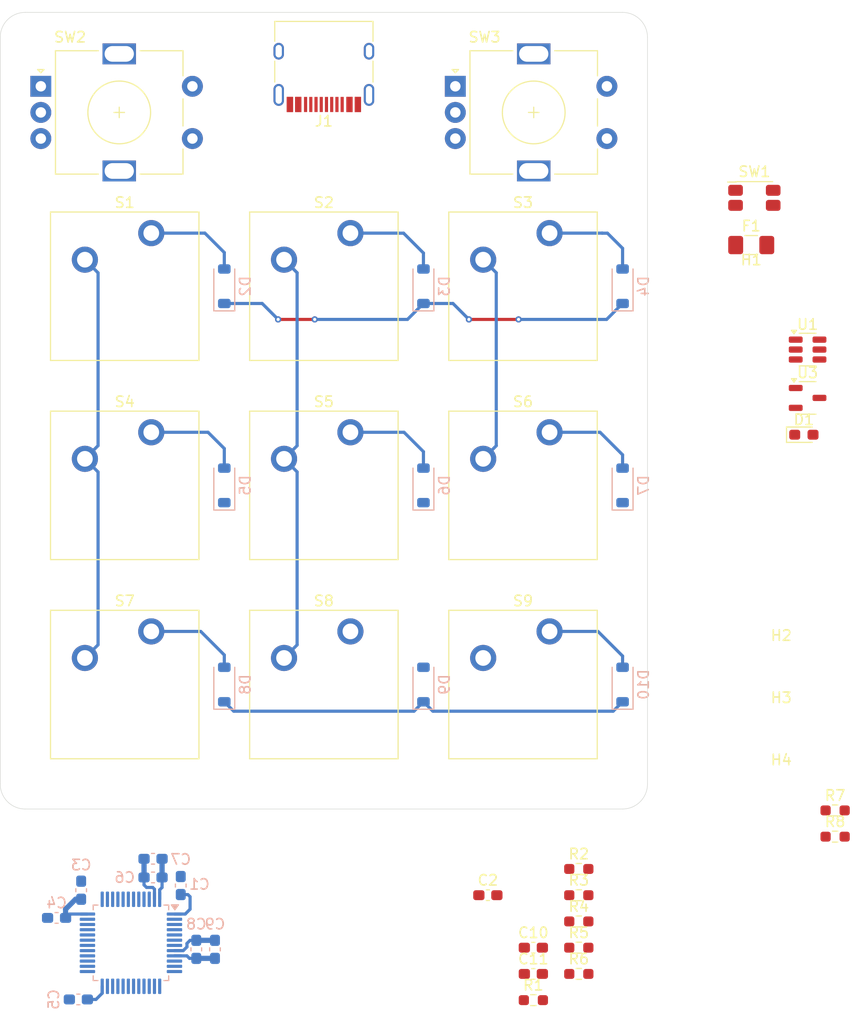
<source format=kicad_pcb>
(kicad_pcb (version 20240108) (generator "pcbnew") (generator_version "8.0")
  (layers (0 "F.Cu" signal) (31 "B.Cu" power) (34 "B.Paste" user) (35 "F.Paste" user) (36 "B.SilkS" user "B.Silkscreen") (37 "F.SilkS" user "F.Silkscreen") (38 "B.Mask" user) (39 "F.Mask" user) (44 "Edge.Cuts" user))
  (net 0 "")
  (net 1 "VBAT")
  (net 2 "GND")
  (net 3 "/NRST")
  (net 4 "+5V")
  (net 5 "/PWR_LED_K")
  (net 6 "Net-(D2-A)")
  (net 7 "ROW_0")
  (net 8 "Net-(D3-A)")
  (net 9 "Net-(D4-A)")
  (net 10 "Net-(D5-A)")
  (net 11 "ROW_1")
  (net 12 "Net-(D6-A)")
  (net 13 "Net-(D7-A)")
  (net 14 "Net-(D8-A)")
  (net 15 "ROW_2")
  (net 16 "Net-(D9-A)")
  (net 17 "Net-(D10-A)")
  (net 18 "VBUS")
  (net 19 "ESD_D+")
  (net 20 "Net-(J1-CC1)")
  (net 21 "Net-(J1-CC2)")
  (net 22 "ESD_D-")
  (net 23 "BOOT0")
  (net 24 "RENC_A1")
  (net 25 "RENC_B1")
  (net 28 "RENC_A2")
  (net 29 "USB_D+")
  (net 30 "USB_D-")
  (net 31 "RENC_B2")
  (net 43 "RENC_SW1")
  (net 53 "COL_0")
  (net 55 "COL_1")
  (net 56 "COL_2")
  (net 60 "RENC_SW2")
  (footprint "Fuse:Fuse_1206_3216Metric_Pad1.42x1.75mm_HandSolder" (layer "F.Cu") (at 126.6069 43.688156)
    (property "Reference" "F1" (at 0 -1.82 0) (layer "F.SilkS"))
    (property "Value" "500mA")
    (pad "1" smd roundrect (at -1.4875 0) (size 1.425 1.75) (layers "F.Cu" "F.Paste" "F.Mask") (roundrect_rratio 0.175439) (net 18 "VBUS"))
    (pad "2" smd roundrect (at 1.4875 0) (size 1.425 1.75) (layers "F.Cu" "F.Paste" "F.Mask") (roundrect_rratio 0.175439) (net 4 "+5V"))
  )
  (footprint "ScottoKeebs_MX:MX_PCB_1.00u" (layer "F.Cu") (at 85.725 66.675)
    (property "Reference" "S5" (at 0 -8 0) (layer "F.SilkS"))
    (property "Value" "Keyswitch")
    (pad "" np_thru_hole circle (at -5.08 0) (size 1.75 1.75) (drill 1.75) (layers "*.Cu" "*.Mask"))
    (pad "" np_thru_hole circle (at 0 0) (size 4 4) (drill 4) (layers "*.Cu" "*.Mask"))
    (pad "" np_thru_hole circle (at 5.08 0) (size 1.75 1.75) (drill 1.75) (layers "*.Cu" "*.Mask"))
    (pad "1" thru_hole circle (at -3.81 -2.54) (size 2.5 2.5) (drill 1.5) (layers "*.Cu" "*.Mask") (net 55 "COL_1"))
    (pad "2" thru_hole circle (at 2.54 -5.08) (size 2.5 2.5) (drill 1.5) (layers "*.Cu" "*.Mask") (net 12 "Net-(D6-A)"))
  )
  (footprint "LED_SMD:LED_0603_1608Metric_Pad1.05x0.95mm_HandSolder" (layer "F.Cu") (at 131.6419 61.828156)
    (property "Reference" "D1" (at 0 -1.43 0) (layer "F.SilkS"))
    (property "Value" "RED")
    (pad "1" smd roundrect (at -0.875 0) (size 1.05 0.95) (layers "F.Cu" "F.Paste" "F.Mask") (net 5 "/PWR_LED_K"))
    (pad "2" smd roundrect (at 0.875 0) (size 1.05 0.95) (layers "F.Cu" "F.Paste" "F.Mask") (net 1 "VBAT"))
  )
  (footprint "Resistor_SMD:R_0603_1608Metric_Pad0.98x0.95mm_HandSolder" (layer "F.Cu") (at 110.113188 108.386936)
    (property "Reference" "R4" (at 0 -1.43 0) (layer "F.SilkS"))
    (property "Value" "1k")
    (pad "1" smd roundrect (at -0.9125 0) (size 0.975 0.95) (layers "F.Cu" "F.Paste" "F.Mask") (net 5 "/PWR_LED_K"))
    (pad "2" smd roundrect (at 0.9125 0) (size 0.975 0.95) (layers "F.Cu" "F.Paste" "F.Mask") (net 2 "GND"))
  )
  (footprint "Resistor_SMD:R_0603_1608Metric_Pad0.98x0.95mm_HandSolder" (layer "F.Cu") (at 110.113188 105.876936)
    (property "Reference" "R3" (at 0 -1.43 0) (layer "F.SilkS"))
    (property "Value" "5.1k")
    (pad "1" smd roundrect (at -0.9125 0) (size 0.975 0.95) (layers "F.Cu" "F.Paste" "F.Mask") (net 21 "Net-(J1-CC2)"))
    (pad "2" smd roundrect (at 0.9125 0) (size 0.975 0.95) (layers "F.Cu" "F.Paste" "F.Mask") (net 2 "GND"))
  )
  (footprint "ScottoKeebs_MX:MX_PCB_1.00u" (layer "F.Cu") (at 85.725 47.625)
    (property "Reference" "S2" (at 0 -8 0) (layer "F.SilkS"))
    (property "Value" "Keyswitch")
    (pad "" np_thru_hole circle (at -5.08 0) (size 1.75 1.75) (drill 1.75) (layers "*.Cu" "*.Mask"))
    (pad "" np_thru_hole circle (at 0 0) (size 4 4) (drill 4) (layers "*.Cu" "*.Mask"))
    (pad "" np_thru_hole circle (at 5.08 0) (size 1.75 1.75) (drill 1.75) (layers "*.Cu" "*.Mask"))
    (pad "1" thru_hole circle (at -3.81 -2.54) (size 2.5 2.5) (drill 1.5) (layers "*.Cu" "*.Mask") (net 55 "COL_1"))
    (pad "2" thru_hole circle (at 2.54 -5.08) (size 2.5 2.5) (drill 1.5) (layers "*.Cu" "*.Mask") (net 8 "Net-(D3-A)"))
  )
  (footprint "Capacitor_SMD:C_0603_1608Metric_Pad1.08x0.95mm_HandSolder" (layer "F.Cu") (at 101.413188 105.876936)
    (property "Reference" "C2" (at 0 -1.43 0) (layer "F.SilkS"))
    (property "Value" "100nF")
    (pad "1" smd roundrect (at -0.8625 0) (size 1.075 0.95) (layers "F.Cu" "F.Paste" "F.Mask") (net 2 "GND"))
    (pad "2" smd roundrect (at 0.8625 0) (size 1.075 0.95) (layers "F.Cu" "F.Paste" "F.Mask") (net 3 "/NRST"))
  )
  (footprint "Package_TO_SOT_SMD:SOT-23-3" (layer "F.Cu") (at 131.9969 58.308156)
    (property "Reference" "U3" (at 0 -2.4 0) (layer "F.SilkS"))
    (property "Value" "XC6206PxxxMR")
    (pad "1" smd roundrect (at -1.1375 -0.95) (size 1.325 0.6) (layers "F.Cu" "F.Paste" "F.Mask") (net 2 "GND"))
    (pad "2" smd roundrect (at -1.1375 0.95) (size 1.325 0.6) (layers "F.Cu" "F.Paste" "F.Mask") (net 1 "VBAT"))
    (pad "3" smd roundrect (at 1.1375 0) (size 1.325 0.6) (layers "F.Cu" "F.Paste" "F.Mask") (net 4 "+5V"))
  )
  (footprint "ScottoKeebs_MX:MX_PCB_1.00u" (layer "F.Cu") (at 104.775 47.625)
    (property "Reference" "S3" (at 0 -8 0) (layer "F.SilkS"))
    (property "Value" "Keyswitch")
    (pad "" np_thru_hole circle (at -5.08 0) (size 1.75 1.75) (drill 1.75) (layers "*.Cu" "*.Mask"))
    (pad "" np_thru_hole circle (at 0 0) (size 4 4) (drill 4) (layers "*.Cu" "*.Mask"))
    (pad "" np_thru_hole circle (at 5.08 0) (size 1.75 1.75) (drill 1.75) (layers "*.Cu" "*.Mask"))
    (pad "1" thru_hole circle (at -3.81 -2.54) (size 2.5 2.5) (drill 1.5) (layers "*.Cu" "*.Mask") (net 56 "COL_2"))
    (pad "2" thru_hole circle (at 2.54 -5.08) (size 2.5 2.5) (drill 1.5) (layers "*.Cu" "*.Mask") (net 9 "Net-(D4-A)"))
  )
  (footprint "Capacitor_SMD:C_0603_1608Metric_Pad1.08x0.95mm_HandSolder" (layer "F.Cu") (at 105.763188 110.896936)
    (property "Reference" "C10" (at 0 -1.43 0) (layer "F.SilkS"))
    (property "Value" "1uF")
    (pad "1" smd roundrect (at -0.8625 0) (size 1.075 0.95) (layers "F.Cu" "F.Paste" "F.Mask") (net 4 "+5V"))
    (pad "2" smd roundrect (at 0.8625 0) (size 1.075 0.95) (layers "F.Cu" "F.Paste" "F.Mask") (net 2 "GND"))
  )
  (footprint "Rotary_Encoder:RotaryEncoder_Alps_EC11E-Switch_Vertical_H20mm" (layer "F.Cu") (at 98.3 28.5)
    (property "Reference" "SW3" (at 2.8 -4.7 0) (layer "F.SilkS"))
    (property "Value" "Rotary Encoder")
    (pad "A" thru_hole rect (at 0 0) (size 2 2) (drill 1) (layers "*.Cu" "*.Mask") (net 28 "RENC_A2"))
    (pad "B" thru_hole circle (at 0 5) (size 2 2) (drill 1) (layers "*.Cu" "*.Mask") (net 31 "RENC_B2"))
    (pad "C" thru_hole circle (at 0 2.5) (size 2 2) (drill 1) (layers "*.Cu" "*.Mask") (net 2 "GND"))
    (pad "MP" thru_hole rect (at 7.5 -3.1) (size 3.2 2) (drill oval 2.8 1.5) (layers "*.Cu" "*.Mask"))
    (pad "MP" thru_hole rect (at 7.5 8.1) (size 3.2 2) (drill oval 2.8 1.5) (layers "*.Cu" "*.Mask"))
    (pad "S1" thru_hole circle (at 14.5 5) (size 2 2) (drill 1) (layers "*.Cu" "*.Mask") (net 2 "GND"))
    (pad "S2" thru_hole circle (at 14.5 0) (size 2 2) (drill 1) (layers "*.Cu" "*.Mask") (net 60 "RENC_SW2"))
  )
  (footprint "MountingHole:MountingHole_2.2mm_M2" (layer "F.Cu") (at 129.48036 84.236648)
    (property "Reference" "H2" (at 0 -3.2 0) (layer "F.SilkS"))
    (property "Value" "MountingHole")
    (pad "" np_thru_hole circle (at 0 0) (size 2.2 2.2) (drill 2.2) (layers "*.Cu" "*.Mask"))
  )
  (footprint "Connector_USB:USB_C_Receptacle_HRO_TYPE-C-31-M-12" (layer "F.Cu") (at 85.725 26.19375 180)
    (property "Reference" "J1" (at 0 -5.645 360) (layer "F.SilkS"))
    (property "Value" "USB_C_Receptacle_USB2.0_14P")
    (pad "" np_thru_hole circle (at -2.89 -2.6 180) (size 0.65 0.65) (drill 0.65) (layers "*.Cu" "*.Mask"))
    (pad "" np_thru_hole circle (at 2.89 -2.6 180) (size 0.65 0.65) (drill 0.65) (layers "*.Cu" "*.Mask"))
    (pad "A1" smd rect (at -3.25 -4.045 180) (size 0.6 1.45) (layers "F.Cu" "F.Paste" "F.Mask") (net 2 "GND"))
    (pad "A4" smd rect (at -2.45 -4.045 180) (size 0.6 1.45) (layers "F.Cu" "F.Paste" "F.Mask") (net 18 "VBUS"))
    (pad "A5" smd rect (at -1.25 -4.045 180) (size 0.3 1.45) (layers "F.Cu" "F.Paste" "F.Mask") (net 20 "Net-(J1-CC1)"))
    (pad "A6" smd rect (at -0.25 -4.045 180) (size 0.3 1.45) (layers "F.Cu" "F.Paste" "F.Mask") (net 19 "ESD_D+"))
    (pad "A7" smd rect (at 0.25 -4.045 180) (size 0.3 1.45) (layers "F.Cu" "F.Paste" "F.Mask") (net 22 "ESD_D-"))
    (pad "A8" smd rect (at 1.25 -4.045 180) (size 0.3 1.45) (layers "F.Cu" "F.Paste" "F.Mask"))
    (pad "A9" smd rect (at 2.45 -4.045 180) (size 0.6 1.45) (layers "F.Cu" "F.Paste" "F.Mask") (net 18 "VBUS"))
    (pad "A12" smd rect (at 3.25 -4.045 180) (size 0.6 1.45) (layers "F.Cu" "F.Paste" "F.Mask") (net 2 "GND"))
    (pad "B1" smd rect (at 3.25 -4.045 180) (size 0.6 1.45) (layers "F.Cu" "F.Paste" "F.Mask") (net 2 "GND"))
    (pad "B4" smd rect (at 2.45 -4.045 180) (size 0.6 1.45) (layers "F.Cu" "F.Paste" "F.Mask") (net 18 "VBUS"))
    (pad "B5" smd rect (at 1.75 -4.045 180) (size 0.3 1.45) (layers "F.Cu" "F.Paste" "F.Mask") (net 21 "Net-(J1-CC2)"))
    (pad "B6" smd rect (at 0.75 -4.045 180) (size 0.3 1.45) (layers "F.Cu" "F.Paste" "F.Mask") (net 19 "ESD_D+"))
    (pad "B7" smd rect (at -0.75 -4.045 180) (size 0.3 1.45) (layers "F.Cu" "F.Paste" "F.Mask") (net 22 "ESD_D-"))
    (pad "B8" smd rect (at -1.75 -4.045 180) (size 0.3 1.45) (layers "F.Cu" "F.Paste" "F.Mask"))
    (pad "B9" smd rect (at -2.45 -4.045 180) (size 0.6 1.45) (layers "F.Cu" "F.Paste" "F.Mask") (net 18 "VBUS"))
    (pad "B12" smd rect (at -3.25 -4.045 180) (size 0.6 1.45) (layers "F.Cu" "F.Paste" "F.Mask") (net 2 "GND"))
    (pad "S1" thru_hole oval (at -4.32 -3.13 180) (size 1 2.1) (drill oval 0.6 1.7) (layers "*.Cu" "*.Mask") (net 2 "GND"))
    (pad "S1" thru_hole oval (at -4.32 1.05 180) (size 1 1.6) (drill oval 0.6 1.2) (layers "*.Cu" "*.Mask") (net 2 "GND"))
    (pad "S1" thru_hole oval (at 4.32 -3.13 180) (size 1 2.1) (drill oval 0.6 1.7) (layers "*.Cu" "*.Mask") (net 2 "GND"))
    (pad "S1" thru_hole oval (at 4.32 1.05 180) (size 1 1.6) (drill oval 0.6 1.2) (layers "*.Cu" "*.Mask") (net 2 "GND"))
  )
  (footprint "Resistor_SMD:R_0603_1608Metric_Pad0.98x0.95mm_HandSolder" (layer "F.Cu") (at 134.63036 97.766648)
    (property "Reference" "R7" (at 0 -1.43 0) (layer "F.SilkS"))
    (property "Value" "5.1k")
    (pad "1" smd roundrect (at -0.9125 0) (size 0.975 0.95) (layers "F.Cu" "F.Paste" "F.Mask") (net 1 "VBAT"))
    (pad "2" smd roundrect (at 0.9125 0) (size 0.975 0.95) (layers "F.Cu" "F.Paste" "F.Mask") (net 28 "RENC_A2"))
  )
  (footprint "ScottoKeebs_MX:MX_PCB_1.00u" (layer "F.Cu") (at 104.775 85.725)
    (property "Reference" "S9" (at 0 -8 0) (layer "F.SilkS"))
    (property "Value" "Keyswitch")
    (pad "" np_thru_hole circle (at -5.08 0) (size 1.75 1.75) (drill 1.75) (layers "*.Cu" "*.Mask"))
    (pad "" np_thru_hole circle (at 0 0) (size 4 4) (drill 4) (layers "*.Cu" "*.Mask"))
    (pad "" np_thru_hole circle (at 5.08 0) (size 1.75 1.75) (drill 1.75) (layers "*.Cu" "*.Mask"))
    (pad "1" thru_hole circle (at -3.81 -2.54) (size 2.5 2.5) (drill 1.5) (layers "*.Cu" "*.Mask") (net 56 "COL_2"))
    (pad "2" thru_hole circle (at 2.54 -5.08) (size 2.5 2.5) (drill 1.5) (layers "*.Cu" "*.Mask") (net 17 "Net-(D10-A)"))
  )
  (footprint "MountingHole:MountingHole_2.2mm_M2" (layer "F.Cu") (at 129.48036 90.186648)
    (property "Reference" "H3" (at 0 -3.2 0) (layer "F.SilkS"))
    (property "Value" "MountingHole")
    (pad "" np_thru_hole circle (at 0 0) (size 2.2 2.2) (drill 2.2) (layers "*.Cu" "*.Mask"))
  )
  (footprint "ScottoKeebs_MX:MX_PCB_1.00u" (layer "F.Cu") (at 104.775 66.675)
    (property "Reference" "S6" (at 0 -8 0) (layer "F.SilkS"))
    (property "Value" "Keyswitch")
    (pad "" np_thru_hole circle (at -5.08 0) (size 1.75 1.75) (drill 1.75) (layers "*.Cu" "*.Mask"))
    (pad "" np_thru_hole circle (at 0 0) (size 4 4) (drill 4) (layers "*.Cu" "*.Mask"))
    (pad "" np_thru_hole circle (at 5.08 0) (size 1.75 1.75) (drill 1.75) (layers "*.Cu" "*.Mask"))
    (pad "1" thru_hole circle (at -3.81 -2.54) (size 2.5 2.5) (drill 1.5) (layers "*.Cu" "*.Mask") (net 56 "COL_2"))
    (pad "2" thru_hole circle (at 2.54 -5.08) (size 2.5 2.5) (drill 1.5) (layers "*.Cu" "*.Mask") (net 13 "Net-(D7-A)"))
  )
  (footprint "Resistor_SMD:R_0603_1608Metric_Pad0.98x0.95mm_HandSolder" (layer "F.Cu") (at 110.113188 103.366936)
    (property "Reference" "R2" (at 0 -1.43 0) (layer "F.SilkS"))
    (property "Value" "5.1k")
    (pad "1" smd roundrect (at -0.9125 0) (size 0.975 0.95) (layers "F.Cu" "F.Paste" "F.Mask") (net 20 "Net-(J1-CC1)"))
    (pad "2" smd roundrect (at 0.9125 0) (size 0.975 0.95) (layers "F.Cu" "F.Paste" "F.Mask") (net 2 "GND"))
  )
  (footprint "MountingHole:MountingHole_2.2mm_M2" (layer "F.Cu") (at 126.6069 48.308156)
    (property "Reference" "H1" (at 0 -3.2 0) (layer "F.SilkS"))
    (property "Value" "MountingHole")
    (pad "" np_thru_hole circle (at 0 0) (size 2.2 2.2) (drill 2.2) (layers "*.Cu" "*.Mask"))
  )
  (footprint "ScottoKeebs_MX:MX_PCB_1.00u" (layer "F.Cu") (at 85.725 85.725)
    (property "Reference" "S8" (at 0 -8 0) (layer "F.SilkS"))
    (property "Value" "Keyswitch")
    (pad "" np_thru_hole circle (at -5.08 0) (size 1.75 1.75) (drill 1.75) (layers "*.Cu" "*.Mask"))
    (pad "" np_thru_hole circle (at 0 0) (size 4 4) (drill 4) (layers "*.Cu" "*.Mask"))
    (pad "" np_thru_hole circle (at 5.08 0) (size 1.75 1.75) (drill 1.75) (layers "*.Cu" "*.Mask"))
    (pad "1" thru_hole circle (at -3.81 -2.54) (size 2.5 2.5) (drill 1.5) (layers "*.Cu" "*.Mask") (net 55 "COL_1"))
    (pad "2" thru_hole circle (at 2.54 -5.08) (size 2.5 2.5) (drill 1.5) (layers "*.Cu" "*.Mask") (net 16 "Net-(D9-A)"))
  )
  (footprint "Resistor_SMD:R_0603_1608Metric_Pad0.98x0.95mm_HandSolder" (layer "F.Cu") (at 110.113188 113.406936)
    (property "Reference" "R6" (at 0 -1.43 0) (layer "F.SilkS"))
    (property "Value" "5.1k")
    (pad "1" smd roundrect (at -0.9125 0) (size 0.975 0.95) (layers "F.Cu" "F.Paste" "F.Mask") (net 1 "VBAT"))
    (pad "2" smd roundrect (at 0.9125 0) (size 0.975 0.95) (layers "F.Cu" "F.Paste" "F.Mask") (net 25 "RENC_B1"))
  )
  (footprint "ScottoKeebs_MX:MX_PCB_1.00u" (layer "F.Cu") (at 66.675 85.725)
    (property "Reference" "S7" (at 0 -8 0) (layer "F.SilkS"))
    (property "Value" "Keyswitch")
    (pad "" np_thru_hole circle (at -5.08 0) (size 1.75 1.75) (drill 1.75) (layers "*.Cu" "*.Mask"))
    (pad "" np_thru_hole circle (at 0 0) (size 4 4) (drill 4) (layers "*.Cu" "*.Mask"))
    (pad "" np_thru_hole circle (at 5.08 0) (size 1.75 1.75) (drill 1.75) (layers "*.Cu" "*.Mask"))
    (pad "1" thru_hole circle (at -3.81 -2.54) (size 2.5 2.5) (drill 1.5) (layers "*.Cu" "*.Mask") (net 53 "COL_0"))
    (pad "2" thru_hole circle (at 2.54 -5.08) (size 2.5 2.5) (drill 1.5) (layers "*.Cu" "*.Mask") (net 14 "Net-(D8-A)"))
  )
  (footprint "Rotary_Encoder:RotaryEncoder_Alps_EC11E-Switch_Vertical_H20mm" (layer "F.Cu") (at 58.65 28.5)
    (property "Reference" "SW2" (at 2.8 -4.7 0) (layer "F.SilkS"))
    (property "Value" "Rotary Encoder")
    (pad "A" thru_hole rect (at 0 0) (size 2 2) (drill 1) (layers "*.Cu" "*.Mask") (net 24 "RENC_A1"))
    (pad "B" thru_hole circle (at 0 5) (size 2 2) (drill 1) (layers "*.Cu" "*.Mask") (net 25 "RENC_B1"))
    (pad "C" thru_hole circle (at 0 2.5) (size 2 2) (drill 1) (layers "*.Cu" "*.Mask") (net 2 "GND"))
    (pad "MP" thru_hole rect (at 7.5 -3.1) (size 3.2 2) (drill oval 2.8 1.5) (layers "*.Cu" "*.Mask"))
    (pad "MP" thru_hole rect (at 7.5 8.1) (size 3.2 2) (drill oval 2.8 1.5) (layers "*.Cu" "*.Mask"))
    (pad "S1" thru_hole circle (at 14.5 5) (size 2 2) (drill 1) (layers "*.Cu" "*.Mask") (net 2 "GND"))
    (pad "S2" thru_hole circle (at 14.5 0) (size 2 2) (drill 1) (layers "*.Cu" "*.Mask") (net 43 "RENC_SW1"))
  )
  (footprint "Package_TO_SOT_SMD:SOT-23-6" (layer "F.Cu") (at 131.9969 53.683156)
    (property "Reference" "U1" (at 0 -2.4 0) (layer "F.SilkS"))
    (property "Value" "USBLC6-2SC6")
    (pad "1" smd roundrect (at -1.1375 -0.95) (size 1.325 0.6) (layers "F.Cu" "F.Paste" "F.Mask") (net 29 "USB_D+"))
    (pad "2" smd roundrect (at -1.1375 0) (size 1.325 0.6) (layers "F.Cu" "F.Paste" "F.Mask") (net 2 "GND"))
    (pad "3" smd roundrect (at -1.1375 0.95) (size 1.325 0.6) (layers "F.Cu" "F.Paste" "F.Mask") (net 30 "USB_D-"))
    (pad "4" smd roundrect (at 1.1375 0.95) (size 1.325 0.6) (layers "F.Cu" "F.Paste" "F.Mask") (net 22 "ESD_D-"))
    (pad "5" smd roundrect (at 1.1375 0) (size 1.325 0.6) (layers "F.Cu" "F.Paste" "F.Mask") (net 18 "VBUS"))
    (pad "6" smd roundrect (at 1.1375 -0.95) (size 1.325 0.6) (layers "F.Cu" "F.Paste" "F.Mask") (net 19 "ESD_D+"))
  )
  (footprint "Resistor_SMD:R_0603_1608Metric_Pad0.98x0.95mm_HandSolder" (layer "F.Cu") (at 105.763188 115.916936)
    (property "Reference" "R1" (at 0 -1.43 0) (layer "F.SilkS"))
    (property "Value" "10k")
    (pad "1" smd roundrect (at -0.9125 0) (size 0.975 0.95) (layers "F.Cu" "F.Paste" "F.Mask") (net 23 "BOOT0"))
    (pad "2" smd roundrect (at 0.9125 0) (size 0.975 0.95) (layers "F.Cu" "F.Paste" "F.Mask") (net 2 "GND"))
  )
  (footprint "ScottoKeebs_MX:MX_PCB_1.00u" (layer "F.Cu") (at 66.675 66.675)
    (property "Reference" "S4" (at 0 -8 0) (layer "F.SilkS"))
    (property "Value" "Keyswitch")
    (pad "" np_thru_hole circle (at -5.08 0) (size 1.75 1.75) (drill 1.75) (layers "*.Cu" "*.Mask"))
    (pad "" np_thru_hole circle (at 0 0) (size 4 4) (drill 4) (layers "*.Cu" "*.Mask"))
    (pad "" np_thru_hole circle (at 5.08 0) (size 1.75 1.75) (drill 1.75) (layers "*.Cu" "*.Mask"))
    (pad "1" thru_hole circle (at -3.81 -2.54) (size 2.5 2.5) (drill 1.5) (layers "*.Cu" "*.Mask") (net 53 "COL_0"))
    (pad "2" thru_hole circle (at 2.54 -5.08) (size 2.5 2.5) (drill 1.5) (layers "*.Cu" "*.Mask") (net 10 "Net-(D5-A)"))
  )
  (footprint "ScottoKeebs_MX:MX_PCB_1.00u" (layer "F.Cu") (at 66.675 47.625)
    (property "Reference" "S1" (at 0 -8 0) (layer "F.SilkS"))
    (property "Value" "Keyswitch")
    (pad "" np_thru_hole circle (at -5.08 0) (size 1.75 1.75) (drill 1.75) (layers "*.Cu" "*.Mask"))
    (pad "" np_thru_hole circle (at 0 0) (size 4 4) (drill 4) (layers "*.Cu" "*.Mask"))
    (pad "" np_thru_hole circle (at 5.08 0) (size 1.75 1.75) (drill 1.75) (layers "*.Cu" "*.Mask"))
    (pad "1" thru_hole circle (at -3.81 -2.54) (size 2.5 2.5) (drill 1.5) (layers "*.Cu" "*.Mask") (net 53 "COL_0"))
    (pad "2" thru_hole circle (at 2.54 -5.08) (size 2.5 2.5) (drill 1.5) (layers "*.Cu" "*.Mask") (net 6 "Net-(D2-A)"))
  )
  (footprint "Button_Switch_SMD:SW_SPST_EVQP7C" (layer "F.Cu") (at 126.9069 39.168156)
    (property "Reference" "SW1" (at 0 -2.5 0) (layer "F.SilkS"))
    (property "Value" "SW_Push")
    (pad "" np_thru_hole circle (at 0 -0.9) (size 0.7 0.7) (drill 0.7) (layers "*.Cu" "*.Mask"))
    (pad "" np_thru_hole circle (at 0 0.9) (size 0.7 0.7) (drill 0.7) (layers "*.Cu" "*.Mask"))
    (pad "1" smd roundrect (at -1.8 -0.72) (size 1.4 1.05) (layers "F.Cu" "F.Paste" "F.Mask") (roundrect_rratio 0.2380952381) (net 1 "VBAT"))
    (pad "1" smd roundrect (at 1.8 -0.72) (size 1.4 1.05) (layers "F.Cu" "F.Paste" "F.Mask") (roundrect_rratio 0.2380952381) (net 1 "VBAT"))
    (pad "2" smd roundrect (at -1.8 0.72) (size 1.4 1.05) (layers "F.Cu" "F.Paste" "F.Mask") (roundrect_rratio 0.2380952381) (net 23 "BOOT0"))
    (pad "2" smd roundrect (at 1.8 0.72) (size 1.4 1.05) (layers "F.Cu" "F.Paste" "F.Mask") (roundrect_rratio 0.2380952381) (net 23 "BOOT0"))
  )
  (footprint "Capacitor_SMD:C_0603_1608Metric_Pad1.08x0.95mm_HandSolder" (layer "F.Cu") (at 105.763188 113.406936)
    (property "Reference" "C11" (at 0 -1.43 0) (layer "F.SilkS"))
    (property "Value" "1uF")
    (pad "1" smd roundrect (at -0.8625 0) (size 1.075 0.95) (layers "F.Cu" "F.Paste" "F.Mask") (net 1 "VBAT"))
    (pad "2" smd roundrect (at 0.8625 0) (size 1.075 0.95) (layers "F.Cu" "F.Paste" "F.Mask") (net 2 "GND"))
  )
  (footprint "Resistor_SMD:R_0603_1608Metric_Pad0.98x0.95mm_HandSolder" (layer "F.Cu") (at 134.63036 100.276648)
    (property "Reference" "R8" (at 0 -1.43 0) (layer "F.SilkS"))
    (property "Value" "5.1k")
    (pad "1" smd roundrect (at -0.9125 0) (size 0.975 0.95) (layers "F.Cu" "F.Paste" "F.Mask") (net 1 "VBAT"))
    (pad "2" smd roundrect (at 0.9125 0) (size 0.975 0.95) (layers "F.Cu" "F.Paste" "F.Mask") (net 31 "RENC_B2"))
  )
  (footprint "Resistor_SMD:R_0603_1608Metric_Pad0.98x0.95mm_HandSolder" (layer "F.Cu") (at 110.113188 110.896936)
    (property "Reference" "R5" (at 0 -1.43 0) (layer "F.SilkS"))
    (property "Value" "5.1k")
    (pad "1" smd roundrect (at -0.9125 0) (size 0.975 0.95) (layers "F.Cu" "F.Paste" "F.Mask") (net 1 "VBAT"))
    (pad "2" smd roundrect (at 0.9125 0) (size 0.975 0.95) (layers "F.Cu" "F.Paste" "F.Mask") (net 24 "RENC_A1"))
  )
  (footprint "MountingHole:MountingHole_2.2mm_M2" (layer "F.Cu") (at 129.48036 96.136648)
    (property "Reference" "H4" (at 0 -3.2 0) (layer "F.SilkS"))
    (property "Value" "MountingHole")
    (pad "" np_thru_hole circle (at 0 0) (size 2.2 2.2) (drill 2.2) (layers "*.Cu" "*.Mask"))
  )
  (footprint "Capacitor_SMD:C_0603_1608Metric_Pad1.08x0.95mm_HandSolder" (layer "B.Cu") (at 60.15698 108.049128 180)
    (property "Reference" "C4" (at 0 1.43 360) (layer "B.SilkS") (effects (justify mirror)))
    (property "Value" "4.7uF")
    (pad "1" smd roundrect (at -0.8625 0 180) (size 1.075 0.95) (layers "B.Cu" "B.Paste" "B.Mask") (net 1 "VBAT"))
    (pad "2" smd roundrect (at 0.8625 0 180) (size 1.075 0.95) (layers "B.Cu" "B.Paste" "B.Mask") (net 2 "GND"))
  )
  (footprint "Diode_SMD:D_SOD-123" (layer "B.Cu") (at 114.3 85.725 90)
    (property "Reference" "D10" (at 0 2 90) (layer "B.SilkS") (effects (justify mirror)))
    (property "Value" "1N4148W")
    (pad "1" smd roundrect (at -1.65 0 90) (size 0.9 1.2) (layers "B.Cu" "B.Paste" "B.Mask") (net 15 "ROW_2"))
    (pad "2" smd roundrect (at 1.65 0 90) (size 0.9 1.2) (layers "B.Cu" "B.Paste" "B.Mask") (net 17 "Net-(D10-A)"))
  )
  (footprint "Capacitor_SMD:C_0603_1608Metric_Pad1.08x0.95mm_HandSolder" (layer "B.Cu") (at 62.240572 115.84912 180)
    (property "Reference" "C5" (at 2.35078 0 90) (layer "B.SilkS") (effects (justify mirror)))
    (property "Value" "100nF")
    (pad "1" smd roundrect (at -0.8625 0 180) (size 1.075 0.95) (layers "B.Cu" "B.Paste" "B.Mask") (net 1 "VBAT"))
    (pad "2" smd roundrect (at 0.8625 0 180) (size 1.075 0.95) (layers "B.Cu" "B.Paste" "B.Mask") (net 2 "GND"))
  )
  (footprint "Diode_SMD:D_SOD-123" (layer "B.Cu") (at 95.25 66.675 90)
    (property "Reference" "D6" (at 0 2 90) (layer "B.SilkS") (effects (justify mirror)))
    (property "Value" "1N4148W")
    (pad "1" smd roundrect (at -1.65 0 90) (size 0.9 1.2) (layers "B.Cu" "B.Paste" "B.Mask") (net 11 "ROW_1"))
    (pad "2" smd roundrect (at 1.65 0 90) (size 0.9 1.2) (layers "B.Cu" "B.Paste" "B.Mask") (net 12 "Net-(D6-A)"))
  )
  (footprint "Capacitor_SMD:C_0603_1608Metric_Pad1.08x0.95mm_HandSolder" (layer "B.Cu") (at 73.521032 111.056156 90)
    (property "Reference" "C8" (at 2.411716 0 180) (layer "B.SilkS") (effects (justify mirror)))
    (property "Value" "100nF")
    (pad "1" smd roundrect (at -0.8625 0 90) (size 1.075 0.95) (layers "B.Cu" "B.Paste" "B.Mask") (net 1 "VBAT"))
    (pad "2" smd roundrect (at 0.8625 0 90) (size 1.075 0.95) (layers "B.Cu" "B.Paste" "B.Mask") (net 2 "GND"))
  )
  (footprint "Diode_SMD:D_SOD-123" (layer "B.Cu") (at 76.2 85.725 90)
    (property "Reference" "D8" (at 0 2 90) (layer "B.SilkS") (effects (justify mirror)))
    (property "Value" "1N4148W")
    (pad "1" smd roundrect (at -1.65 0 90) (size 0.9 1.2) (layers "B.Cu" "B.Paste" "B.Mask") (net 15 "ROW_2"))
    (pad "2" smd roundrect (at 1.65 0 90) (size 0.9 1.2) (layers "B.Cu" "B.Paste" "B.Mask") (net 14 "Net-(D8-A)"))
  )
  (footprint "Capacitor_SMD:C_0603_1608Metric_Pad1.08x0.95mm_HandSolder" (layer "B.Cu") (at 69.384284 102.393648 180)
    (property "Reference" "C7" (at -2.648468 -0.060952 180) (layer "B.SilkS") (effects (justify mirror)))
    (property "Value" "1uF")
    (pad "1" smd roundrect (at -0.8625 0 180) (size 1.075 0.95) (layers "B.Cu" "B.Paste" "B.Mask") (net 1 "VBAT"))
    (pad "2" smd roundrect (at 0.8625 0 180) (size 1.075 0.95) (layers "B.Cu" "B.Paste" "B.Mask") (net 2 "GND"))
  )
  (footprint "Diode_SMD:D_SOD-123" (layer "B.Cu") (at 95.25 85.725 90)
    (property "Reference" "D9" (at 0 2 90) (layer "B.SilkS") (effects (justify mirror)))
    (property "Value" "1N4148W")
    (pad "1" smd roundrect (at -1.65 0 90) (size 0.9 1.2) (layers "B.Cu" "B.Paste" "B.Mask") (net 15 "ROW_2"))
    (pad "2" smd roundrect (at 1.65 0 90) (size 0.9 1.2) (layers "B.Cu" "B.Paste" "B.Mask") (net 16 "Net-(D9-A)"))
  )
  (footprint "Package_QFP:LQFP-48_7x7mm_P0.5mm" (layer "B.Cu") (at 67.270316 110.43053 180)
    (property "Reference" "U2" (hide yes))
    (property "Value" "STM32F072C8T6")
    (pad "1" smd roundrect (at -4.1625 2.75 180) (size 1.475 0.3) (layers "B.Cu" "B.Paste" "B.Mask") (net 1 "VBAT"))
    (pad "2" smd roundrect (at -4.1625 2.25 180) (size 1.475 0.3) (layers "B.Cu" "B.Paste" "B.Mask"))
    (pad "3" smd roundrect (at -4.1625 1.75 180) (size 1.475 0.3) (layers "B.Cu" "B.Paste" "B.Mask"))
    (pad "4" smd roundrect (at -4.1625 1.25 180) (size 1.475 0.3) (layers "B.Cu" "B.Paste" "B.Mask"))
    (pad "5" smd roundrect (at -4.1625 0.75 180) (size 1.475 0.3) (layers "B.Cu" "B.Paste" "B.Mask"))
    (pad "6" smd roundrect (at -4.1625 0.25 180) (size 1.475 0.3) (layers "B.Cu" "B.Paste" "B.Mask"))
    (pad "7" smd roundrect (at -4.1625 -0.25 180) (size 1.475 0.3) (layers "B.Cu" "B.Paste" "B.Mask") (net 3 "/NRST"))
    (pad "8" smd roundrect (at -4.1625 -0.75 180) (size 1.475 0.3) (layers "B.Cu" "B.Paste" "B.Mask") (net 2 "GND"))
    (pad "9" smd roundrect (at -4.1625 -1.25 180) (size 1.475 0.3) (layers "B.Cu" "B.Paste" "B.Mask") (net 1 "VBAT"))
    (pad "10" smd roundrect (at -4.1625 -1.75 180) (size 1.475 0.3) (layers "B.Cu" "B.Paste" "B.Mask") (net 7 "ROW_0"))
    (pad "11" smd roundrect (at -4.1625 -2.25 180) (size 1.475 0.3) (layers "B.Cu" "B.Paste" "B.Mask") (net 11 "ROW_1"))
    (pad "12" smd roundrect (at -4.1625 -2.75 180) (size 1.475 0.3) (layers "B.Cu" "B.Paste" "B.Mask") (net 15 "ROW_2"))
    (pad "13" smd roundrect (at -2.75 -4.1625 180) (size 0.3 1.475) (layers "B.Cu" "B.Paste" "B.Mask") (net 53 "COL_0"))
    (pad "14" smd roundrect (at -2.25 -4.1625 180) (size 0.3 1.475) (layers "B.Cu" "B.Paste" "B.Mask") (net 55 "COL_1"))
    (pad "15" smd roundrect (at -1.75 -4.1625 180) (size 0.3 1.475) (layers "B.Cu" "B.Paste" "B.Mask") (net 56 "COL_2"))
    (pad "16" smd roundrect (at -1.25 -4.1625 180) (size 0.3 1.475) (layers "B.Cu" "B.Paste" "B.Mask") (net 24 "RENC_A1"))
    (pad "17" smd roundrect (at -0.75 -4.1625 180) (size 0.3 1.475) (layers "B.Cu" "B.Paste" "B.Mask") (net 25 "RENC_B1"))
    (pad "18" smd roundrect (at -0.25 -4.1625 180) (size 0.3 1.475) (layers "B.Cu" "B.Paste" "B.Mask") (net 60 "RENC_SW2"))
    (pad "19" smd roundrect (at 0.25 -4.1625 180) (size 0.3 1.475) (layers "B.Cu" "B.Paste" "B.Mask"))
    (pad "20" smd roundrect (at 0.75 -4.1625 180) (size 0.3 1.475) (layers "B.Cu" "B.Paste" "B.Mask"))
    (pad "21" smd roundrect (at 1.25 -4.1625 180) (size 0.3 1.475) (layers "B.Cu" "B.Paste" "B.Mask"))
    (pad "22" smd roundrect (at 1.75 -4.1625 180) (size 0.3 1.475) (layers "B.Cu" "B.Paste" "B.Mask"))
    (pad "23" smd roundrect (at 2.25 -4.1625 180) (size 0.3 1.475) (layers "B.Cu" "B.Paste" "B.Mask") (net 2 "GND"))
    (pad "24" smd roundrect (at 2.75 -4.1625 180) (size 0.3 1.475) (layers "B.Cu" "B.Paste" "B.Mask") (net 1 "VBAT"))
    (pad "25" smd roundrect (at 4.1625 -2.75 180) (size 1.475 0.3) (layers "B.Cu" "B.Paste" "B.Mask"))
    (pad "26" smd roundrect (at 4.1625 -2.25 180) (size 1.475 0.3) (layers "B.Cu" "B.Paste" "B.Mask"))
    (pad "27" smd roundrect (at 4.1625 -1.75 180) (size 1.475 0.3) (layers "B.Cu" "B.Paste" "B.Mask"))
    (pad "28" smd roundrect (at 4.1625 -1.25 180) (size 1.475 0.3) (layers "B.Cu" "B.Paste" "B.Mask"))
    (pad "29" smd roundrect (at 4.1625 -0.75 180) (size 1.475 0.3) (layers "B.Cu" "B.Paste" "B.Mask") (net 43 "RENC_SW1"))
    (pad "30" smd roundrect (at 4.1625 -0.25 180) (size 1.475 0.3) (layers "B.Cu" "B.Paste" "B.Mask") (net 28 "RENC_A2"))
    (pad "31" smd roundrect (at 4.1625 0.25 180) (size 1.475 0.3) (layers "B.Cu" "B.Paste" "B.Mask") (net 31 "RENC_B2"))
    (pad "32" smd roundrect (at 4.1625 0.75 180) (size 1.475 0.3) (layers "B.Cu" "B.Paste" "B.Mask") (net 30 "USB_D-"))
    (pad "33" smd roundrect (at 4.1625 1.25 180) (size 1.475 0.3) (layers "B.Cu" "B.Paste" "B.Mask") (net 29 "USB_D+"))
    (pad "34" smd roundrect (at 4.1625 1.75 180) (size 1.475 0.3) (layers "B.Cu" "B.Paste" "B.Mask"))
    (pad "35" smd roundrect (at 4.1625 2.25 180) (size 1.475 0.3) (layers "B.Cu" "B.Paste" "B.Mask") (net 2 "GND"))
    (pad "36" smd roundrect (at 4.1625 2.75 180) (size 1.475 0.3) (layers "B.Cu" "B.Paste" "B.Mask") (net 1 "VBAT"))
    (pad "37" smd roundrect (at 2.75 4.1625 180) (size 0.3 1.475) (layers "B.Cu" "B.Paste" "B.Mask"))
    (pad "38" smd roundrect (at 2.25 4.1625 180) (size 0.3 1.475) (layers "B.Cu" "B.Paste" "B.Mask"))
    (pad "39" smd roundrect (at 1.75 4.1625 180) (size 0.3 1.475) (layers "B.Cu" "B.Paste" "B.Mask"))
    (pad "40" smd roundrect (at 1.25 4.1625 180) (size 0.3 1.475) (layers "B.Cu" "B.Paste" "B.Mask"))
    (pad "41" smd roundrect (at 0.75 4.1625 180) (size 0.3 1.475) (layers "B.Cu" "B.Paste" "B.Mask"))
    (pad "42" smd roundrect (at 0.25 4.1625 180) (size 0.3 1.475) (layers "B.Cu" "B.Paste" "B.Mask"))
    (pad "43" smd roundrect (at -0.25 4.1625 180) (size 0.3 1.475) (layers "B.Cu" "B.Paste" "B.Mask"))
    (pad "44" smd roundrect (at -0.75 4.1625 180) (size 0.3 1.475) (layers "B.Cu" "B.Paste" "B.Mask") (net 23 "BOOT0"))
    (pad "45" smd roundrect (at -1.25 4.1625 180) (size 0.3 1.475) (layers "B.Cu" "B.Paste" "B.Mask"))
    (pad "46" smd roundrect (at -1.75 4.1625 180) (size 0.3 1.475) (layers "B.Cu" "B.Paste" "B.Mask"))
    (pad "47" smd roundrect (at -2.25 4.1625 180) (size 0.3 1.475) (layers "B.Cu" "B.Paste" "B.Mask") (net 2 "GND"))
    (pad "48" smd roundrect (at -2.75 4.1625 180) (size 0.3 1.475) (layers "B.Cu" "B.Paste" "B.Mask") (net 1 "VBAT"))
  )
  (footprint "Diode_SMD:D_SOD-123" (layer "B.Cu") (at 114.3 66.675 90)
    (property "Reference" "D7" (at 0 2 90) (layer "B.SilkS") (effects (justify mirror)))
    (property "Value" "1N4148W")
    (pad "1" smd roundrect (at -1.65 0 90) (size 0.9 1.2) (layers "B.Cu" "B.Paste" "B.Mask") (net 11 "ROW_1"))
    (pad "2" smd roundrect (at 1.65 0 90) (size 0.9 1.2) (layers "B.Cu" "B.Paste" "B.Mask") (net 13 "Net-(D7-A)"))
  )
  (footprint "Capacitor_SMD:C_0603_1608Metric_Pad1.08x0.95mm_HandSolder" (layer "B.Cu") (at 75.306968 111.056156 90)
    (property "Reference" "C9" (at 2.411716 0 180) (layer "B.SilkS") (effects (justify mirror)))
    (property "Value" "4.7uF")
    (pad "1" smd roundrect (at -0.8625 0 90) (size 1.075 0.95) (layers "B.Cu" "B.Paste" "B.Mask") (net 1 "VBAT"))
    (pad "2" smd roundrect (at 0.8625 0 90) (size 1.075 0.95) (layers "B.Cu" "B.Paste" "B.Mask") (net 2 "GND"))
  )
  (footprint "Capacitor_SMD:C_0603_1608Metric_Pad1.08x0.95mm_HandSolder" (layer "B.Cu") (at 72.032752 104.954208 90)
    (property "Reference" "C1" (at 0.11836 1.785936 360) (layer "B.SilkS") (effects (justify mirror)))
    (property "Value" "100nF")
    (pad "1" smd roundrect (at -0.8625 0 90) (size 1.075 0.95) (layers "B.Cu" "B.Paste" "B.Mask") (net 1 "VBAT"))
    (pad "2" smd roundrect (at 0.8625 0 90) (size 1.075 0.95) (layers "B.Cu" "B.Paste" "B.Mask") (net 2 "GND"))
  )
  (footprint "Diode_SMD:D_SOD-123" (layer "B.Cu") (at 76.2 66.675 90)
    (property "Reference" "D5" (at 0 2 90) (layer "B.SilkS") (effects (justify mirror)))
    (property "Value" "1N4148W")
    (pad "1" smd roundrect (at -1.65 0 90) (size 0.9 1.2) (layers "B.Cu" "B.Paste" "B.Mask") (net 11 "ROW_1"))
    (pad "2" smd roundrect (at 1.65 0 90) (size 0.9 1.2) (layers "B.Cu" "B.Paste" "B.Mask") (net 10 "Net-(D5-A)"))
  )
  (footprint "Diode_SMD:D_SOD-123" (layer "B.Cu") (at 95.25 47.625 90)
    (property "Reference" "D3" (at 0 2 90) (layer "B.SilkS") (effects (justify mirror)))
    (property "Value" "1N4148W")
    (pad "1" smd roundrect (at -1.65 0 90) (size 0.9 1.2) (layers "B.Cu" "B.Paste" "B.Mask") (net 7 "ROW_0"))
    (pad "2" smd roundrect (at 1.65 0 90) (size 0.9 1.2) (layers "B.Cu" "B.Paste" "B.Mask") (net 8 "Net-(D3-A)"))
  )
  (footprint "Diode_SMD:D_SOD-123" (layer "B.Cu") (at 76.2 47.625 90)
    (property "Reference" "D2" (at 0 2 90) (layer "B.SilkS") (effects (justify mirror)))
    (property "Value" "1N4148W")
    (pad "1" smd roundrect (at -1.65 0 90) (size 0.9 1.2) (layers "B.Cu" "B.Paste" "B.Mask") (net 7 "ROW_0"))
    (pad "2" smd roundrect (at 1.65 0 90) (size 0.9 1.2) (layers "B.Cu" "B.Paste" "B.Mask") (net 6 "Net-(D2-A)"))
  )
  (footprint "Capacitor_SMD:C_0603_1608Metric_Pad1.08x0.95mm_HandSolder" (layer "B.Cu") (at 69.384284 104.179584 180)
    (property "Reference" "C6" (at 2.709372 0 180) (layer "B.SilkS") (effects (justify mirror)))
    (property "Value" "10nF")
    (pad "1" smd roundrect (at -0.8625 0 180) (size 1.075 0.95) (layers "B.Cu" "B.Paste" "B.Mask") (net 1 "VBAT"))
    (pad "2" smd roundrect (at 0.8625 0 180) (size 1.075 0.95) (layers "B.Cu" "B.Paste" "B.Mask") (net 2 "GND"))
  )
  (footprint "Diode_SMD:D_SOD-123" (layer "B.Cu") (at 114.3 47.625 90)
    (property "Reference" "D4" (at 0 2 90) (layer "B.SilkS") (effects (justify mirror)))
    (property "Value" "1N4148W")
    (pad "1" smd roundrect (at -1.65 0 90) (size 0.9 1.2) (layers "B.Cu" "B.Paste" "B.Mask") (net 7 "ROW_0"))
    (pad "2" smd roundrect (at 1.65 0 90) (size 0.9 1.2) (layers "B.Cu" "B.Paste" "B.Mask") (net 9 "Net-(D4-A)"))
  )
  (footprint "Capacitor_SMD:C_0603_1608Metric_Pad1.08x0.95mm_HandSolder" (layer "B.Cu") (at 62.507812 105.400839 90)
    (property "Reference" "C3" (at 2.411863 -0.000052 180) (layer "B.SilkS") (effects (justify mirror)))
    (property "Value" "100nF")
    (pad "1" smd roundrect (at -0.8625 0 90) (size 1.075 0.95) (layers "B.Cu" "B.Paste" "B.Mask") (net 1 "VBAT"))
    (pad "2" smd roundrect (at 0.8625 0 90) (size 1.075 0.95) (layers "B.Cu" "B.Paste" "B.Mask") (net 2 "GND"))
  )
  (gr_line (start 54.76875 95.25) (end 54.76875 23.8125) (stroke (width 0.05)) (layer "Edge.Cuts"))
  (gr_line (start 114.3 97.63125) (end 57.15 97.63125) (stroke (width 0.05)) (layer "Edge.Cuts"))
  (gr_arc (start 57.15 97.63125) (mid 55.466202 96.933798) (end 54.76875 95.25) (stroke (width 0.05)) (layer "Edge.Cuts"))
  (gr_line (start 57.15 21.43125) (end 114.3 21.43125) (stroke (width 0.05)) (layer "Edge.Cuts"))
  (gr_line (start 116.68125 23.8125) (end 116.68125 95.25) (stroke (width 0.05)) (layer "Edge.Cuts"))
  (gr_arc (start 116.68125 95.25) (mid 115.983798 96.933798) (end 114.3 97.63125) (stroke (width 0.05)) (layer "Edge.Cuts"))
  (gr_arc (start 114.3 21.43125) (mid 115.983798 22.128702) (end 116.68125 23.8125) (stroke (width 0.05)) (layer "Edge.Cuts"))
  (gr_arc (start 54.76875 23.8125) (mid 55.466202 22.128702) (end 57.15 21.43125) (stroke (width 0.05)) (layer "Edge.Cuts"))
  (segment (start 72.462286 107.68053) (end 72.92572 107.217096) (width 0.3) (layer "B.Cu") (net 1))
  (segment (start 70.246784 105.133472) (end 70.246784 104.179584) (width 0.3) (layer "B.Cu") (net 1))
  (segment (start 72.864784 111.918656) (end 73.521032 111.918656) (width 0.3) (layer "B.Cu") (net 1))
  (segment (start 70.246784 102.393648) (end 70.246784 104.179584) (width 0.5) (layer "B.Cu") (net 1))
  (segment (start 70.246816 105.133504) (end 70.246784 105.133472) (width 0.3) (layer "B.Cu") (net 1))
  (segment (start 63.925004 115.84912) (end 63.103072 115.84912) (width 0.3) (layer "B.Cu") (net 1))
  (segment (start 72.715956 105.816708) (end 72.032752 105.816708) (width 0.3) (layer "B.Cu") (net 1))
  (segment (start 61.388078 107.68053) (end 61.01948 108.049128) (width 0.3) (layer "B.Cu") (net 1))
  (segment (start 61.01948 107.217096) (end 61.973237 106.263339) (width 0.5) (layer "B.Cu") (net 1))
  (segment (start 71.432816 111.68053) (end 72.626658 111.68053) (width 0.3) (layer "B.Cu") (net 1))
  (segment (start 72.92572 107.217096) (end 72.92572 106.026472) (width 0.3) (layer "B.Cu") (net 1))
  (segment (start 64.520316 114.59303) (end 64.520316 115.253808) (width 0.3) (layer "B.Cu") (net 1))
  (segment (start 75.306968 111.918656) (end 73.521032 111.918656) (width 0.5) (layer "B.Cu") (net 1))
  (segment (start 72.92572 106.026472) (end 72.715956 105.816708) (width 0.3) (layer "B.Cu") (net 1))
  (segment (start 71.432816 107.68053) (end 72.462286 107.68053) (width 0.3) (layer "B.Cu") (net 1))
  (segment (start 61.973237 106.263339) (end 62.507812 106.263339) (width 0.5) (layer "B.Cu") (net 1))
  (segment (start 70.020316 106.26803) (end 70.020316 105.360004) (width 0.3) (layer "B.Cu") (net 1))
  (segment (start 63.107816 107.68053) (end 61.388078 107.68053) (width 0.3) (layer "B.Cu") (net 1))
  (segment (start 64.520316 115.253808) (end 63.925004 115.84912) (width 0.3) (layer "B.Cu") (net 1))
  (segment (start 70.020316 105.360004) (end 70.246816 105.133504) (width 0.3) (layer "B.Cu") (net 1))
  (segment (start 72.626658 111.68053) (end 72.864784 111.918656) (width 0.3) (layer "B.Cu") (net 1))
  (segment (start 61.01948 108.049128) (end 61.01948 107.217096) (width 0.5) (layer "B.Cu") (net 1))
  (segment (start 68.758536 105.133504) (end 68.521784 104.896752) (width 0.3) (layer "B.Cu") (net 2))
  (segment (start 69.520316 106.26803) (end 69.520316 105.299972) (width 0.3) (layer "B.Cu") (net 2))
  (segment (start 72.92572 110.193656) (end 73.521032 110.193656) (width 0.3) (layer "B.Cu") (net 2))
  (segment (start 71.432816 111.18053) (end 72.273436 111.18053) (width 0.3) (layer "B.Cu") (net 2))
  (segment (start 75.306968 110.193656) (end 73.521032 110.193656) (width 0.5) (layer "B.Cu") (net 2))
  (segment (start 72.628064 110.825902) (end 72.628064 110.491312) (width 0.3) (layer "B.Cu") (net 2))
  (segment (start 68.521784 104.896752) (end 68.521784 104.179584) (width 0.3) (layer "B.Cu") (net 2))
  (segment (start 68.521784 102.393648) (end 68.521784 104.179584) (width 0.5) (layer "B.Cu") (net 2))
  (segment (start 72.273436 111.18053) (end 72.628064 110.825902) (width 0.3) (layer "B.Cu") (net 2))
  (segment (start 72.628064 110.491312) (end 72.92572 110.193656) (width 0.3) (layer "B.Cu") (net 2))
  (segment (start 69.520316 105.299972) (end 69.353848 105.133504) (width 0.3) (layer "B.Cu") (net 2))
  (segment (start 69.353848 105.133504) (end 68.758536 105.133504) (width 0.3) (layer "B.Cu") (net 2))
  (segment (start 76.2 44.4) (end 74.345 42.545) (width 0.3) (layer "B.Cu") (net 6))
  (segment (start 74.345 42.545) (end 69.215 42.545) (width 0.3) (layer "B.Cu") (net 6))
  (segment (start 76.2 45.975) (end 76.2 44.4) (width 0.3) (layer "B.Cu") (net 6))
  (segment (start 99.6 50.8) (end 104.35 50.8) (width 0.3) (layer "F.Cu") (net 7))
  (segment (start 81.35 50.8) (end 84.85 50.8) (width 0.3) (layer "F.Cu") (net 7))
  (via (at 104.35 50.8) (size 0.6) (drill 0.3) (layers "F.Cu" "B.Cu") (net 7))
  (via (at 84.85 50.8) (size 0.6) (drill 0.3) (layers "F.Cu" "B.Cu") (net 7))
  (via (at 99.6 50.8) (size 0.6) (drill 0.3) (layers "F.Cu" "B.Cu") (net 7))
  (via (at 81.35 50.8) (size 0.6) (drill 0.3) (layers "F.Cu" "B.Cu") (net 7))
  (segment (start 112.775 50.8) (end 114.3 49.275) (width 0.3) (layer "B.Cu") (net 7))
  (segment (start 76.2 49.275) (end 79.825 49.275) (width 0.3) (layer "B.Cu") (net 7))
  (segment (start 104.35 50.8) (end 112.775 50.8) (width 0.3) (layer "B.Cu") (net 7))
  (segment (start 98.075 49.275) (end 99.6 50.8) (width 0.3) (layer "B.Cu") (net 7))
  (segment (start 93.725 50.8) (end 95.25 49.275) (width 0.3) (layer "B.Cu") (net 7))
  (segment (start 84.85 50.8) (end 93.725 50.8) (width 0.3) (layer "B.Cu") (net 7))
  (segment (start 79.825 49.275) (end 81.35 50.8) (width 0.3) (layer "B.Cu") (net 7))
  (segment (start 95.25 49.275) (end 98.075 49.275) (width 0.3) (layer "B.Cu") (net 7))
  (segment (start 95.25 44.45) (end 93.35 42.55) (width 0.3) (layer "B.Cu") (net 8))
  (segment (start 92.85 42.55) (end 92.845 42.545) (width 0.3) (layer "B.Cu") (net 8))
  (segment (start 95.25 45.975) (end 95.25 44.45) (width 0.3) (layer "B.Cu") (net 8))
  (segment (start 93.35 42.55) (end 92.85 42.55) (width 0.3) (layer "B.Cu") (net 8))
  (segment (start 92.845 42.545) (end 88.265 42.545) (width 0.3) (layer "B.Cu") (net 8))
  (segment (start 112.85 42.55) (end 112.35 42.55) (width 0.3) (layer "B.Cu") (net 9))
  (segment (start 112.345 42.545) (end 107.315 42.545) (width 0.3) (layer "B.Cu") (net 9))
  (segment (start 112.35 42.55) (end 112.345 42.545) (width 0.3) (layer "B.Cu") (net 9))
  (segment (start 114.3 44) (end 112.85 42.55) (width 0.3) (layer "B.Cu") (net 9))
  (segment (start 114.3 45.975) (end 114.3 44) (width 0.3) (layer "B.Cu") (net 9))
  (segment (start 76.2 63.15) (end 74.645 61.595) (width 0.3) (layer "B.Cu") (net 10))
  (segment (start 74.645 61.595) (end 69.215 61.595) (width 0.3) (layer "B.Cu") (net 10))
  (segment (start 76.2 65.025) (end 76.2 63.15) (width 0.3) (layer "B.Cu") (net 10))
  (segment (start 95.25 65.025) (end 95.25 63.45) (width 0.3) (layer "B.Cu") (net 12))
  (segment (start 95.25 63.45) (end 93.395 61.595) (width 0.3) (layer "B.Cu") (net 12))
  (segment (start 93.395 61.595) (end 88.265 61.595) (width 0.3) (layer "B.Cu") (net 12))
  (segment (start 112.145 61.595) (end 107.315 61.595) (width 0.3) (layer "B.Cu") (net 13))
  (segment (start 114.3 65.025) (end 114.3 63.75) (width 0.3) (layer "B.Cu") (net 13))
  (segment (start 114.3 63.75) (end 112.145 61.595) (width 0.3) (layer "B.Cu") (net 13))
  (segment (start 76.2 82.9) (end 73.945 80.645) (width 0.3) (layer "B.Cu") (net 14))
  (segment (start 76.2 84.075) (end 76.2 82.9) (width 0.3) (layer "B.Cu") (net 14))
  (segment (start 73.945 80.645) (end 69.215 80.645) (width 0.3) (layer "B.Cu") (net 14))
  (segment (start 94.35 88.275) (end 95.25 87.375) (width 0.3) (layer "B.Cu") (net 15))
  (segment (start 96.15 88.275) (end 113.4 88.275) (width 0.3) (layer "B.Cu") (net 15))
  (segment (start 113.4 88.275) (end 114.3 87.375) (width 0.3) (layer "B.Cu") (net 15))
  (segment (start 76.2 87.375) (end 77.1 88.275) (width 0.3) (layer "B.Cu") (net 15))
  (segment (start 77.1 88.275) (end 94.35 88.275) (width 0.3) (layer "B.Cu") (net 15))
  (segment (start 95.25 87.375) (end 96.15 88.275) (width 0.3) (layer "B.Cu") (net 15))
  (segment (start 114.3 83) (end 111.945 80.645) (width 0.3) (layer "B.Cu") (net 17))
  (segment (start 111.945 80.645) (end 107.315 80.645) (width 0.3) (layer "B.Cu") (net 17))
  (segment (start 114.3 84.075) (end 114.3 83) (width 0.3) (layer "B.Cu") (net 17))
  (segment (start 64.125 81.925) (end 62.865 83.185) (width 0.3) (layer "B.Cu") (net 53))
  (segment (start 62.865 45.085) (end 64.125 46.345) (width 0.3) (layer "B.Cu") (net 53))
  (segment (start 62.865 64.135) (end 64.125 65.395) (width 0.3) (layer "B.Cu") (net 53))
  (segment (start 64.125 65.395) (end 64.125 81.925) (width 0.3) (layer "B.Cu") (net 53))
  (segment (start 64.125 46.345) (end 64.125 62.875) (width 0.3) (layer "B.Cu") (net 53))
  (segment (start 64.125 62.875) (end 62.865 64.135) (width 0.3) (layer "B.Cu") (net 53))
  (segment (start 81.915 64.135) (end 83.164999 65.384999) (width 0.3) (layer "B.Cu") (net 55))
  (segment (start 83.164999 46.334999) (end 83.164999 62.885001) (width 0.3) (layer "B.Cu") (net 55))
  (segment (start 83.164999 62.885001) (end 81.915 64.135) (width 0.3) (layer "B.Cu") (net 55))
  (segment (start 83.164999 81.935001) (end 81.915 83.185) (width 0.3) (layer "B.Cu") (net 55))
  (segment (start 83.164999 65.384999) (end 83.164999 81.935001) (width 0.3) (layer "B.Cu") (net 55))
  (segment (start 81.915 45.085) (end 83.164999 46.334999) (width 0.3) (layer "B.Cu") (net 55))
  (segment (start 100.965 45.085) (end 102.214999 46.334999) (width 0.3) (layer "B.Cu") (net 56))
  (segment (start 100.9 83.12) (end 100.965 83.185) (width 0.3) (layer "B.Cu") (net 56))
  (segment (start 102.214999 46.334999) (end 102.214999 62.885001) (width 0.3) (layer "B.Cu") (net 56))
  (segment (start 102.214999 62.885001) (end 100.965 64.135) (width 0.3) (layer "B.Cu") (net 56))
)
</source>
